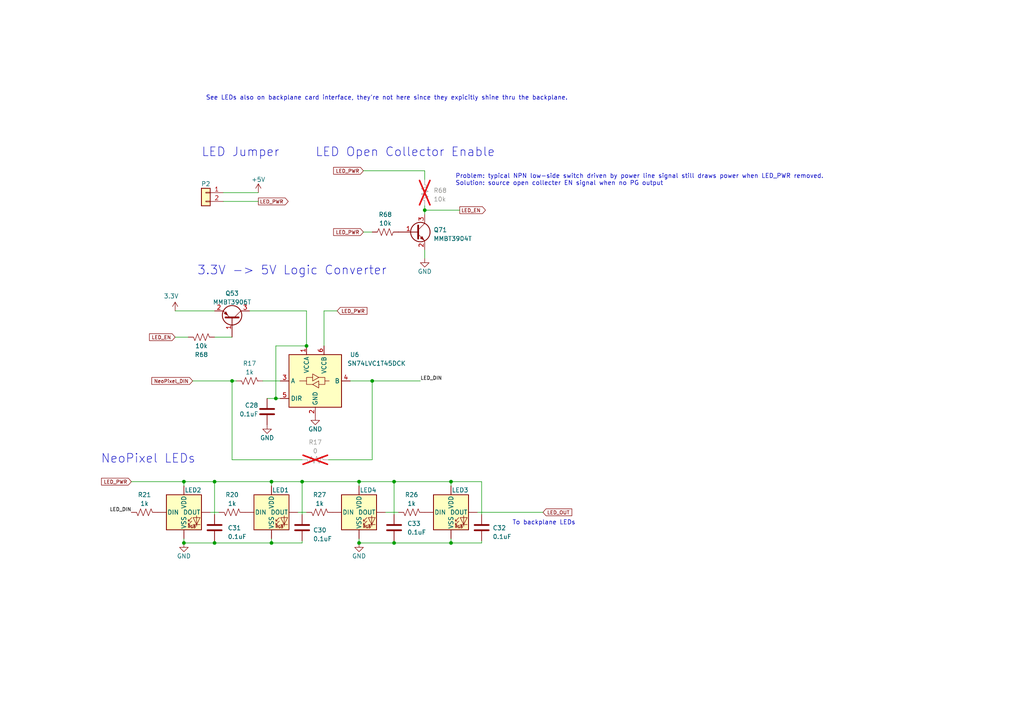
<source format=kicad_sch>
(kicad_sch (version 20230121) (generator eeschema)
  (paper "A4")
  (lib_symbols
    (symbol "Connector_Generic:Conn_01x02" (pin_names (offset 1.016) hide)
      (property "Reference" "J" (at 0 2.54 0))
      (property "Value" "Conn_01x02" (at 0 -5.08 0))
      (symbol "Conn_01x02_1_1"
        (rectangle (start -1.27 -2.413) (end 0 -2.667) (stroke (width 0.1524)))
        (rectangle (start -1.27 0.127) (end 0 -0.127) (stroke (width 0.1524)))
        (rectangle (start -1.27 1.27) (end 1.27 -3.81) (stroke (width 0.254)) (fill (type background)))
        (pin passive line (at -5.08 0 0) (length 3.81) (name "Pin_1") (number "1"))
        (pin passive line (at -5.08 -2.54 0) (length 3.81) (name "Pin_2") (number "2"))
      )
    )
    (symbol "Device:C" (pin_numbers hide) (pin_names (offset 0.254))
      (property "Reference" "C" (at 0.635 2.54 0))
      (property "Value" "C" (at 0.635 -2.54 0))
      (symbol "C_0_1"
        (polyline (pts (xy -2.032 -0.762) (xy 2.032 -0.762)) (stroke (width 0.508)))
        (polyline (pts (xy -2.032 0.762) (xy 2.032 0.762)) (stroke (width 0.508)))
      )
      (symbol "C_1_1"
        (pin passive line (at 0 3.81 270) (length 2.794) (name "~") (number "1"))
        (pin passive line (at 0 -3.81 90) (length 2.794) (name "~") (number "2"))
      )
    )
    (symbol "Device:Q_NPN_BEC" (pin_names (offset 0) hide)
      (property "Reference" "Q" (at 5.08 1.27 0))
      (property "Value" "Q_NPN_BEC" (at 5.08 -1.27 0))
      (symbol "Q_NPN_BEC_0_1"
        (polyline (pts (xy 0.635 0.635) (xy 2.54 2.54)))
        (polyline (pts (xy 0.635 -0.635) (xy 2.54 -2.54) (xy 2.54 -2.54)))
        (polyline (pts (xy 0.635 1.905) (xy 0.635 -1.905) (xy 0.635 -1.905)) (stroke (width 0.508)))
        (polyline (pts (xy 1.27 -1.778) (xy 1.778 -1.27) (xy 2.286 -2.286) (xy 1.27 -1.778) (xy 1.27 -1.778)) (fill (type outline)))
        (circle (center 1.27 0) (radius 2.8194) (stroke (width 0.254)))
      )
      (symbol "Q_NPN_BEC_1_1"
        (pin input line (at -5.08 0 0) (length 5.715) (name "B") (number "1"))
        (pin passive line (at 2.54 -5.08 90) (length 2.54) (name "E") (number "2"))
        (pin passive line (at 2.54 5.08 270) (length 2.54) (name "C") (number "3"))
      )
    )
    (symbol "Device:Q_PNP_BEC" (pin_names (offset 0) hide)
      (property "Reference" "Q" (at 5.08 1.27 0))
      (property "Value" "Q_PNP_BEC" (at 5.08 -1.27 0))
      (symbol "Q_PNP_BEC_0_1"
        (polyline (pts (xy 0.635 0.635) (xy 2.54 2.54)))
        (polyline (pts (xy 0.635 -0.635) (xy 2.54 -2.54) (xy 2.54 -2.54)))
        (polyline (pts (xy 0.635 1.905) (xy 0.635 -1.905) (xy 0.635 -1.905)) (stroke (width 0.508)))
        (polyline (pts (xy 2.286 -1.778) (xy 1.778 -2.286) (xy 1.27 -1.27) (xy 2.286 -1.778) (xy 2.286 -1.778)) (fill (type outline)))
        (circle (center 1.27 0) (radius 2.8194) (stroke (width 0.254)))
      )
      (symbol "Q_PNP_BEC_1_1"
        (pin input line (at -5.08 0 0) (length 5.715) (name "B") (number "1"))
        (pin passive line (at 2.54 -5.08 90) (length 2.54) (name "E") (number "2"))
        (pin passive line (at 2.54 5.08 270) (length 2.54) (name "C") (number "3"))
      )
    )
    (symbol "Device:R_US" (pin_numbers hide) (pin_names (offset 0))
      (property "Reference" "R" (at 2.54 0 90))
      (property "Value" "R_US" (at -2.54 0 90))
      (symbol "R_US_0_1"
        (polyline (pts (xy 0 -2.286) (xy 0 -2.54)))
        (polyline (pts (xy 0 2.286) (xy 0 2.54)))
        (polyline (pts (xy 0 -0.762) (xy 1.016 -1.143) (xy 0 -1.524) (xy -1.016 -1.905) (xy 0 -2.286)))
        (polyline (pts (xy 0 0.762) (xy 1.016 0.381) (xy 0 0) (xy -1.016 -0.381) (xy 0 -0.762)))
        (polyline (pts (xy 0 2.286) (xy 1.016 1.905) (xy 0 1.524) (xy -1.016 1.143) (xy 0 0.762)))
      )
      (symbol "R_US_1_1"
        (pin passive line (at 0 3.81 270) (length 1.27) (name "~") (number "1"))
        (pin passive line (at 0 -3.81 90) (length 1.27) (name "~") (number "2"))
      )
    )
    (symbol "Logic_LevelTranslator:SN74LVC1T45DCK"
      (property "Reference" "U" (at -6.35 8.89 0))
      (property "Value" "SN74LVC1T45DCK" (at 3.81 8.89 0))
      (symbol "SN74LVC1T45DCK_0_1"
        (rectangle (start -7.62 7.62) (end 7.62 -7.62) (stroke (width 0.254)) (fill (type background)))
        (polyline (pts (xy -2.54 0) (xy -2.54 1.016) (xy -0.762 1.016)))
        (polyline (pts (xy 2.794 0) (xy 2.794 -1.016) (xy 1.016 -1.016)))
        (polyline (pts (xy -0.762 -1.016) (xy -2.54 -1.016) (xy -2.54 0) (xy -4.572 0)))
        (polyline (pts (xy -0.762 0) (xy -0.762 2.032) (xy 1.016 1.016) (xy -0.762 0)))
        (polyline (pts (xy 1.016 1.016) (xy 2.794 1.016) (xy 2.794 0) (xy 4.064 0)))
        (polyline (pts (xy 1.016 0) (xy 1.016 -1.778) (xy 1.016 -2.032) (xy -0.762 -1.016) (xy 1.016 0)))
      )
      (symbol "SN74LVC1T45DCK_1_1"
        (pin power_in line (at -2.54 10.16 270) (length 2.54) (name "VCCA") (number "1"))
        (pin power_in line (at 0 -10.16 90) (length 2.54) (name "GND") (number "2"))
        (pin bidirectional line (at -10.16 0 0) (length 2.54) (name "A") (number "3"))
        (pin bidirectional line (at 10.16 0 180) (length 2.54) (name "B") (number "4"))
        (pin input line (at -10.16 -5.08 0) (length 2.54) (name "DIR") (number "5"))
        (pin power_in line (at 2.54 10.16 270) (length 2.54) (name "VCCB") (number "6"))
      )
    )
    (symbol "SK68xx-EC3210x_1" (pin_numbers hide) (pin_names (offset 0.254))
      (property "Reference" "D" (at 5.08 5.715 0))
      (property "Value" "SK68xx-EC3210x" (at 1.27 -5.715 0))
      (symbol "SK68xx-EC3210x_1_0_0"
        (text "RGB" (at 2.286 -4.191 0) (effects (font (size 0.762 0.762))))
      )
      (symbol "SK68xx-EC3210x_1_0_1"
        (polyline (pts (xy 1.27 -3.556) (xy 1.778 -3.556)))
        (polyline (pts (xy 1.27 -2.54) (xy 1.778 -2.54)))
        (polyline (pts (xy 4.699 -3.556) (xy 2.667 -3.556)))
        (polyline (pts (xy 2.286 -2.54) (xy 1.27 -3.556) (xy 1.27 -3.048)))
        (polyline (pts (xy 2.286 -1.524) (xy 1.27 -2.54) (xy 1.27 -2.032)))
        (polyline (pts (xy 3.683 -1.016) (xy 3.683 -3.556) (xy 3.683 -4.064)))
        (polyline (pts (xy 4.699 -1.524) (xy 2.667 -1.524) (xy 3.683 -3.556) (xy 4.699 -1.524)))
        (rectangle (start 5.08 5.08) (end -5.08 -5.08) (stroke (width 0.254)) (fill (type background)))
      )
      (symbol "SK68xx-EC3210x_1_1_1"
        (pin power_in line (at 0 -7.62 90) (length 2.54) (name "VSS") (number "1"))
        (pin output line (at 7.62 0 180) (length 2.54) (name "DOUT") (number "2"))
        (pin input line (at -7.62 0 0) (length 2.54) (name "DIN") (number "3"))
        (pin power_in line (at 0 7.62 270) (length 2.54) (name "VDD") (number "4"))
      )
    )
    (symbol "SK68xx-EC3210x_2" (pin_numbers hide) (pin_names (offset 0.254))
      (property "Reference" "D" (at 5.08 5.715 0))
      (property "Value" "SK68xx-EC3210x" (at 1.27 -5.715 0))
      (symbol "SK68xx-EC3210x_2_0_0"
        (text "RGB" (at 2.286 -4.191 0) (effects (font (size 0.762 0.762))))
      )
      (symbol "SK68xx-EC3210x_2_0_1"
        (polyline (pts (xy 1.27 -3.556) (xy 1.778 -3.556)))
        (polyline (pts (xy 1.27 -2.54) (xy 1.778 -2.54)))
        (polyline (pts (xy 4.699 -3.556) (xy 2.667 -3.556)))
        (polyline (pts (xy 2.286 -2.54) (xy 1.27 -3.556) (xy 1.27 -3.048)))
        (polyline (pts (xy 2.286 -1.524) (xy 1.27 -2.54) (xy 1.27 -2.032)))
        (polyline (pts (xy 3.683 -1.016) (xy 3.683 -3.556) (xy 3.683 -4.064)))
        (polyline (pts (xy 4.699 -1.524) (xy 2.667 -1.524) (xy 3.683 -3.556) (xy 4.699 -1.524)))
        (rectangle (start 5.08 5.08) (end -5.08 -5.08) (stroke (width 0.254)) (fill (type background)))
      )
      (symbol "SK68xx-EC3210x_2_1_1"
        (pin power_in line (at 0 -7.62 90) (length 2.54) (name "VSS") (number "1"))
        (pin output line (at 7.62 0 180) (length 2.54) (name "DOUT") (number "2"))
        (pin input line (at -7.62 0 0) (length 2.54) (name "DIN") (number "3"))
        (pin power_in line (at 0 7.62 270) (length 2.54) (name "VDD") (number "4"))
      )
    )
    (symbol "SK68xx-EC3210x_3" (pin_numbers hide) (pin_names (offset 0.254))
      (property "Reference" "D" (at 5.08 5.715 0))
      (property "Value" "SK68xx-EC3210x" (at 1.27 -5.715 0))
      (symbol "SK68xx-EC3210x_3_0_0"
        (text "RGB" (at 2.286 -4.191 0) (effects (font (size 0.762 0.762))))
      )
      (symbol "SK68xx-EC3210x_3_0_1"
        (polyline (pts (xy 1.27 -3.556) (xy 1.778 -3.556)))
        (polyline (pts (xy 1.27 -2.54) (xy 1.778 -2.54)))
        (polyline (pts (xy 4.699 -3.556) (xy 2.667 -3.556)))
        (polyline (pts (xy 2.286 -2.54) (xy 1.27 -3.556) (xy 1.27 -3.048)))
        (polyline (pts (xy 2.286 -1.524) (xy 1.27 -2.54) (xy 1.27 -2.032)))
        (polyline (pts (xy 3.683 -1.016) (xy 3.683 -3.556) (xy 3.683 -4.064)))
        (polyline (pts (xy 4.699 -1.524) (xy 2.667 -1.524) (xy 3.683 -3.556) (xy 4.699 -1.524)))
        (rectangle (start 5.08 5.08) (end -5.08 -5.08) (stroke (width 0.254)) (fill (type background)))
      )
      (symbol "SK68xx-EC3210x_3_1_1"
        (pin power_in line (at 0 -7.62 90) (length 2.54) (name "VSS") (number "1"))
        (pin output line (at 7.62 0 180) (length 2.54) (name "DOUT") (number "2"))
        (pin input line (at -7.62 0 0) (length 2.54) (name "DIN") (number "3"))
        (pin power_in line (at 0 7.62 270) (length 2.54) (name "VDD") (number "4"))
      )
    )
    (symbol "SierraLobo:SK68xx-EC3210x" (pin_numbers hide) (pin_names (offset 0.254))
      (property "Reference" "D" (at 5.08 5.715 0))
      (property "Value" "SK68xx-EC3210x" (at 1.27 -5.715 0))
      (symbol "SK68xx-EC3210x_0_0"
        (text "RGB" (at 2.286 -4.191 0) (effects (font (size 0.762 0.762))))
      )
      (symbol "SK68xx-EC3210x_0_1"
        (polyline (pts (xy 1.27 -3.556) (xy 1.778 -3.556)))
        (polyline (pts (xy 1.27 -2.54) (xy 1.778 -2.54)))
        (polyline (pts (xy 4.699 -3.556) (xy 2.667 -3.556)))
        (polyline (pts (xy 2.286 -2.54) (xy 1.27 -3.556) (xy 1.27 -3.048)))
        (polyline (pts (xy 2.286 -1.524) (xy 1.27 -2.54) (xy 1.27 -2.032)))
        (polyline (pts (xy 3.683 -1.016) (xy 3.683 -3.556) (xy 3.683 -4.064)))
        (polyline (pts (xy 4.699 -1.524) (xy 2.667 -1.524) (xy 3.683 -3.556) (xy 4.699 -1.524)))
        (rectangle (start 5.08 5.08) (end -5.08 -5.08) (stroke (width 0.254)) (fill (type background)))
      )
      (symbol "SK68xx-EC3210x_1_1"
        (pin power_in line (at 0 -7.62 90) (length 2.54) (name "VSS") (number "1"))
        (pin output line (at 7.62 0 180) (length 2.54) (name "DOUT") (number "2"))
        (pin input line (at -7.62 0 0) (length 2.54) (name "DIN") (number "3"))
        (pin power_in line (at 0 7.62 270) (length 2.54) (name "VDD") (number "4"))
      )
    )
    (symbol "mainboard:3.3V" (power) (pin_names (offset 1.016))
      (property "Value" "3.3V" (at -1.016 3.556 0))
      (symbol "3.3V_1_0"
        (polyline (pts (xy 0 2.54) (xy -0.762 1.27)))
        (polyline (pts (xy 0.762 1.27) (xy 0 2.54)))
        (pin power_in line (at 0 0 90) (length 2.54) (name "3.3V") (number "1"))
      )
    )
    (symbol "power:+5V" (power) (pin_names (offset 0))
      (property "Value" "+5V" (at 0 3.556 0))
      (symbol "+5V_0_1"
        (polyline (pts (xy -0.762 1.27) (xy 0 2.54)))
        (polyline (pts (xy 0 0) (xy 0 2.54)))
        (polyline (pts (xy 0 2.54) (xy 0.762 1.27)))
      )
      (symbol "+5V_1_1"
        (pin power_in line (at 0 0 90) (length 0) hide (name "+5V") (number "1"))
      )
    )
    (symbol "power:GND" (power) (pin_names (offset 0))
      (property "Value" "GND" (at 0 -3.81 0))
      (symbol "GND_0_1"
        (polyline (pts (xy 0 0) (xy 0 -1.27) (xy 1.27 -1.27) (xy 0 -2.54) (xy -1.27 -1.27) (xy 0 -1.27)))
      )
      (symbol "GND_1_1"
        (pin power_in line (at 0 0 270) (length 0) hide (name "GND") (number "1"))
      )
    )
  )
  (junction (at 130.81 139.7))
  (junction (at 114.3 139.7))
  (junction (at 53.34 139.7))
  (junction (at 114.3 157.48))
  (junction (at 104.14 157.48))
  (junction (at 88.9 100.33))
  (junction (at 62.23 139.7))
  (junction (at 130.81 157.48))
  (junction (at 67.31 110.49))
  (junction (at 104.14 139.7))
  (junction (at 78.74 157.48))
  (junction (at 107.95 110.49))
  (junction (at 62.23 157.48))
  (junction (at 123.19 60.96))
  (junction (at 78.74 139.7))
  (junction (at 53.34 157.48))
  (junction (at 87.63 139.7))
  (junction (at 80.01 115.57))
  (wire (pts (xy 97.79 90.17) (xy 93.98 90.17)))
  (wire (pts (xy 130.81 139.7) (xy 130.81 140.97)))
  (wire (pts (xy 123.19 60.96) (xy 133.35 60.96)))
  (wire (pts (xy 80.01 115.57) (xy 77.47 115.57)))
  (wire (pts (xy 114.3 139.7) (xy 114.3 149.225)))
  (wire (pts (xy 104.14 139.7) (xy 114.3 139.7)))
  (wire (pts (xy 67.31 110.49) (xy 68.58 110.49)))
  (wire (pts (xy 78.74 139.7) (xy 78.74 140.97)))
  (wire (pts (xy 130.81 156.21) (xy 130.81 157.48)))
  (wire (pts (xy 62.23 157.48) (xy 53.34 157.48)))
  (wire (pts (xy 123.19 49.53) (xy 123.19 52.07)))
  (wire (pts (xy 81.28 115.57) (xy 80.01 115.57)))
  (wire (pts (xy 139.7 149.225) (xy 139.7 139.7)))
  (wire (pts (xy 62.23 139.7) (xy 78.74 139.7)))
  (wire (pts (xy 64.77 55.88) (xy 74.93 55.88)))
  (wire (pts (xy 139.7 157.48) (xy 130.81 157.48)))
  (wire (pts (xy 64.77 58.42) (xy 74.93 58.42)))
  (wire (pts (xy 114.3 157.48) (xy 104.14 157.48)))
  (wire (pts (xy 38.1 139.7) (xy 53.34 139.7)))
  (wire (pts (xy 123.19 60.96) (xy 123.19 62.23)))
  (wire (pts (xy 80.01 100.33) (xy 80.01 115.57)))
  (wire (pts (xy 88.9 90.17) (xy 88.9 100.33)))
  (wire (pts (xy 63.5 148.59) (xy 60.96 148.59)))
  (wire (pts (xy 123.19 59.69) (xy 123.19 60.96)))
  (wire (pts (xy 67.31 133.35) (xy 67.31 110.49)))
  (wire (pts (xy 88.9 100.33) (xy 80.01 100.33)))
  (wire (pts (xy 105.41 67.31) (xy 107.95 67.31)))
  (wire (pts (xy 93.98 90.17) (xy 93.98 100.33)))
  (wire (pts (xy 115.57 148.59) (xy 111.76 148.59)))
  (wire (pts (xy 104.14 139.7) (xy 104.14 140.97)))
  (wire (pts (xy 55.88 110.49) (xy 67.31 110.49)))
  (wire (pts (xy 87.63 157.48) (xy 78.74 157.48)))
  (wire (pts (xy 87.63 139.7) (xy 87.63 149.225)))
  (wire (pts (xy 78.74 156.21) (xy 78.74 157.48)))
  (wire (pts (xy 123.19 72.39) (xy 123.19 74.93)))
  (wire (pts (xy 76.2 110.49) (xy 81.28 110.49)))
  (wire (pts (xy 87.63 139.7) (xy 104.14 139.7)))
  (wire (pts (xy 114.3 157.48) (xy 114.3 156.845)))
  (wire (pts (xy 104.14 157.48) (xy 104.14 156.21)))
  (wire (pts (xy 107.95 133.35) (xy 95.25 133.35)))
  (wire (pts (xy 62.23 139.7) (xy 62.23 149.225)))
  (wire (pts (xy 62.23 157.48) (xy 62.23 156.845)))
  (wire (pts (xy 107.95 110.49) (xy 101.6 110.49)))
  (wire (pts (xy 107.95 110.49) (xy 107.95 133.35)))
  (wire (pts (xy 139.7 157.48) (xy 139.7 156.845)))
  (wire (pts (xy 157.48 148.59) (xy 138.43 148.59)))
  (wire (pts (xy 87.63 133.35) (xy 67.31 133.35)))
  (wire (pts (xy 53.34 157.48) (xy 53.34 156.21)))
  (wire (pts (xy 87.63 157.48) (xy 87.63 156.845)))
  (wire (pts (xy 53.34 139.7) (xy 62.23 139.7)))
  (wire (pts (xy 130.81 157.48) (xy 114.3 157.48)))
  (wire (pts (xy 62.23 97.79) (xy 67.31 97.79)))
  (wire (pts (xy 86.36 148.59) (xy 88.9 148.59)))
  (wire (pts (xy 50.8 97.79) (xy 54.61 97.79)))
  (wire (pts (xy 62.23 157.48) (xy 78.74 157.48)))
  (wire (pts (xy 87.63 139.7) (xy 78.74 139.7)))
  (wire (pts (xy 121.92 110.49) (xy 107.95 110.49)))
  (wire (pts (xy 105.41 49.53) (xy 123.19 49.53)))
  (wire (pts (xy 50.8 90.17) (xy 62.23 90.17)))
  (wire (pts (xy 72.39 90.17) (xy 88.9 90.17)))
  (wire (pts (xy 139.7 139.7) (xy 130.81 139.7)))
  (wire (pts (xy 114.3 139.7) (xy 130.81 139.7)))
  (wire (pts (xy 53.34 139.7) (xy 53.34 140.97)))
  (text "LED Open Collector Enable" (at 91.44 45.72 0) (effects (font (size 2.54 2.54)) (justify left bottom)))
  (text "Problem: typical NPN low-side switch driven by power line signal still draws power when LED_PWR removed.\nSolution: source open collecter EN signal when no PG output" (at 132.08 53.975 0) (effects (font (size 1.27 1.27)) (justify left bottom)))
  (text "3.3V -> 5V Logic Converter" (at 57.15 80.01 0) (effects (font (size 2.54 2.54)) (justify left bottom)))
  (text "To backplane LEDs" (at 148.59 152.4 0) (effects (font (size 1.27 1.27)) (justify left bottom)))
  (text "LED Jumper" (at 58.42 45.72 0) (effects (font (size 2.54 2.54)) (justify left bottom)))
  (text "See LEDs also on backplane card interface, they're not here since they expicitly shine thru the backplane." (at 59.69 29.21 0) (effects (font (size 1.27 1.27)) (justify left bottom)))
  (text "NeoPixel LEDs" (at 29.21 134.62 0) (effects (font (size 2.54 2.54)) (justify left bottom)))
  (label "LED_DIN" (at 38.1 148.59 180) (effects (font (size 1.016 1.016))))
  (label "LED_DIN" (at 121.92 110.49 0) (effects (font (size 1.016 1.016))))
  (global_label "LED_OUT" (shape input) (at 157.48 148.59 0) (effects (font (size 1.016 1.016))) (property "Intersheetrefs" "${INTERSHEET_REFS}" (effects hide)))
  (global_label "LED_PWR" (shape input) (at 105.41 49.53 180) (effects (font (size 1.016 1.016))) (property "Intersheetrefs" "${INTERSHEET_REFS}" (effects hide)))
  (global_label "LED_EN" (shape output) (at 133.35 60.96 0) (effects (font (size 1.016 1.016))) (property "Intersheetrefs" "${INTERSHEET_REFS}" (effects hide)))
  (global_label "NeoPixel_DIN" (shape input) (at 55.88 110.49 180) (effects (font (size 1.016 1.016))) (property "Intersheetrefs" "${INTERSHEET_REFS}" (effects hide)))
  (global_label "LED_PWR" (shape output) (at 74.93 58.42 0) (effects (font (size 1.016 1.016))) (property "Intersheetrefs" "${INTERSHEET_REFS}" (effects hide)))
  (global_label "LED_PWR" (shape input) (at 105.41 67.31 180) (effects (font (size 1.016 1.016))) (property "Intersheetrefs" "${INTERSHEET_REFS}" (effects hide)))
  (global_label "LED_EN" (shape input) (at 50.8 97.79 180) (effects (font (size 1.016 1.016))) (property "Intersheetrefs" "${INTERSHEET_REFS}" (effects hide)))
  (global_label "LED_PWR" (shape input) (at 38.1 139.7 180) (effects (font (size 1.016 1.016))) (property "Intersheetrefs" "${INTERSHEET_REFS}" (effects hide)))
  (global_label "LED_PWR" (shape input) (at 97.79 90.17 0) (effects (font (size 1.016 1.016))) (property "Intersheetrefs" "${INTERSHEET_REFS}" (effects hide)))
  (symbol (lib_id "Device:Q_PNP_BEC") (at 67.31 92.71 270) (mirror x) (unit 1)
    (property "Reference" "Q53" (at 67.31 85.09 90))
    (property "Value" "MMBT3906T" (at 67.31 87.63 90))
    (property "Footprint" "Package_TO_SOT_SMD:SOT-523" (effects hide))
    (property "Datasheet" "https://www.diodes.com/assets/Datasheets/ds30271.pdf" (effects hide))
    (property "Mfr. Part No" "MMBT3906T-7-F" (effects hide))
  )
  (symbol (lib_id "power:GND") (at 104.14 157.48 0) (mirror y) (unit 1)
    (property "Reference" "#PWR049" (effects hide))
    (property "Value" "GND" (at 104.14 161.29 0))
    (instances (project "mainboard" (path "" (reference "#PWR049") (unit 1)) (path "" (reference "#PWR0176") (unit 1))))
  )
  (symbol (lib_id "Logic_LevelTranslator:SN74LVC1T45DCK") (at 91.44 110.49 0) (unit 1)
    (property "Reference" "U6" (at 102.87 102.87 0))
    (property "Value" "SN74LVC1T45DCK" (at 109.22 105.41 0))
    (property "Footprint" "Package_TO_SOT_SMD:SOT-363_SC-70-6" (effects hide))
    (property "Datasheet" "http://www.ti.com/lit/ds/symlink/sn74lvc1t45.pdf" (effects hide))
    (property "Mfr. Part No" "SN74LVC1T45DCK" (effects hide))
    (instances (project "mainboard" (path "" (reference "U6") (unit 1)) (path "" (reference "U35") (unit 1))))
  )
  (symbol (lib_id "Device:R_US") (at 72.39 110.49 270) (mirror x) (unit 1)
    (property "Reference" "R17" (at 72.39 105.41 90))
    (property "Value" "1k" (at 72.39 107.95 90))
    (property "Footprint" "Resistor_SMD:R_0402_1005Metric" (effects hide))
    (instances (project "mainboard" (path "" (reference "R17") (unit 1)) (path "" (reference "R229") (unit 1))) (project "FP Interface Card" (path "" (reference "R20") (unit 1))))
  )
  (symbol (lib_id "power:GND") (at 123.19 74.93 0) (unit 1)
    (property "Reference" "#PWR0108" (effects hide))
    (property "Value" "GND" (at 123.19 78.74 0))
    (instances (project "mainboard" (path "" (reference "#PWR0108") (unit 1)) (path "" (reference "#PWR0187") (unit 1)) (path "" (reference "#PWR0172") (unit 1))))
  )
  (symbol (lib_id "Device:R_US") (at 92.71 148.59 270) (mirror x) (unit 1)
    (property "Reference" "R27" (at 92.71 143.51 90))
    (property "Value" "1k" (at 92.71 146.05 90))
    (property "Footprint" "Resistor_SMD:R_0402_1005Metric" (effects hide))
    (instances (project "mainboard" (path "" (reference "R27") (unit 1)) (path "" (reference "R233") (unit 1))) (project "FP Interface Card" (path "" (reference "R20") (unit 1))))
  )
  (symbol (lib_id "mainboard:3.3V") (at 50.8 90.17 0) (mirror y) (unit 1)
    (property "Reference" "#SUPPLY018" (effects hide))
    (property "Value" "3.3V" (at 51.816 86.614 0) (effects (justify left bottom)))
    (instances (project "mainboard" (path "" (reference "#SUPPLY018") (unit 1)) (path "" (reference "#SUPPLY041") (unit 1))))
  )
  (symbol (lib_id "Device:R_US") (at 58.42 97.79 90) (mirror x) (unit 1)
    (property "Reference" "R68" (at 58.42 102.87 90))
    (property "Value" "10k" (at 58.42 100.33 90))
    (property "Footprint" "Resistor_SMD:R_0402_1005Metric" (effects hide))
    (instances (project "mainboard" (path "" (reference "R68") (unit 1)) (path "" (reference "R269") (unit 1)) (path "" (reference "R228") (unit 1))))
  )
  (symbol (lib_id "SierraLobo:SK68xx-EC3210x") (at 104.14 148.59 0) (unit 1)
    (property "Reference" "LED4" (at 109.22 142.875 0) (effects (justify right bottom)))
    (property "Value" "SK68xx-EC3210x" (effects hide))
    (property "Footprint" "SierraLobo:LED_SK68xx-EC3210x" (effects hide))
    (property "Datasheet" "https://cdn-shop.adafruit.com/product-files/1138/SK6812+LED+datasheet+.pdf" (effects hide))
    (property "Mfr. Part No" "SK6812-EC3210F" (effects hide))
    (instances (project "mainboard" (path "" (reference "LED4") (unit 1)) (path "" (reference "LED3") (unit 1))))
  )
  (symbol (lib_id "Device:R_US") (at 119.38 148.59 270) (mirror x) (unit 1)
    (property "Reference" "R26" (at 119.38 143.51 90))
    (property "Value" "1k" (at 119.38 146.05 90))
    (property "Footprint" "Resistor_SMD:R_0402_1005Metric" (effects hide))
    (instances (project "mainboard" (path "" (reference "R26") (unit 1)) (path "" (reference "R234") (unit 1))) (project "FP Interface Card" (path "" (reference "R20") (unit 1))))
  )
  (symbol (lib_id "Device:C") (at 139.7 153.035 0) (mirror y) (unit 1)
    (property "Reference" "C32" (at 142.875 152.4 0) (effects (justify right top)))
    (property "Value" "0.1uF" (at 142.875 154.94 0) (effects (justify right top)))
    (property "Footprint" "Capacitor_SMD:C_0402_1005Metric" (effects hide))
    (instances (project "mainboard" (path "" (reference "C32") (unit 1)) (path "" (reference "C116") (unit 1))))
  )
  (symbol (lib_id "Device:R_US") (at 91.44 133.35 270) (mirror x) (unit 1) (dnp yes)
    (property "Reference" "R17" (at 91.44 128.27 90))
    (property "Value" "0" (at 91.44 130.81 90))
    (property "Footprint" "Resistor_SMD:R_0603_1608Metric" (effects hide))
    (instances (project "mainboard" (path "" (reference "R17") (unit 1)) (path "" (reference "R230") (unit 1))) (project "FP Interface Card" (path "" (reference "R20") (unit 1))))
  )
  (symbol (lib_id "Device:Q_NPN_BEC") (at 120.65 67.31 0) (unit 1)
    (property "Reference" "Q71" (at 125.73 66.675 0) (effects (justify left)))
    (property "Value" "MMBT3904T" (at 125.73 69.215 0) (effects (justify left)))
    (property "Footprint" "Package_TO_SOT_SMD:SOT-523" (effects hide))
    (property "Datasheet" "https://www.diodes.com/assets/Datasheets/ds30270.pdf" (effects hide))
    (property "Mfr. Part No" "MMBT3904T-7-F" (effects hide))
    (instances (project "mainboard" (path "" (reference "Q71") (unit 1)) (path "" (reference "Q52") (unit 1))))
  )
  (symbol (lib_id "power:GND") (at 77.47 123.19 0) (mirror y) (unit 1)
    (property "Reference" "#PWR039" (effects hide))
    (property "Value" "GND" (at 77.47 127 0))
    (instances (project "mainboard" (path "" (reference "#PWR039") (unit 1)) (path "" (reference "#PWR0174") (unit 1))))
  )
  (symbol (lib_name "SK68xx-EC3210x_3") (lib_id "SierraLobo:SK68xx-EC3210x") (at 130.81 148.59 0) (unit 1)
    (property "Reference" "LED3" (at 135.89 142.875 0) (effects (justify right bottom)))
    (property "Value" "SK68xx-EC3210x" (effects hide))
    (property "Footprint" "SierraLobo:LED_SK68xx-EC3210x" (effects hide))
    (property "Datasheet" "https://cdn-shop.adafruit.com/product-files/1138/SK6812+LED+datasheet+.pdf" (effects hide))
    (property "Mfr. Part No" "SK6812-EC3210F" (effects hide))
    (instances (project "mainboard" (path "" (reference "LED3") (unit 1)) (path "" (reference "LED4") (unit 1))))
  )
  (symbol (lib_id "Device:C") (at 77.47 119.38 0) (unit 1)
    (property "Reference" "C28" (at 74.93 116.84 0) (effects (justify right top)))
    (property "Value" "0.1uF" (at 74.93 119.38 0) (effects (justify right top)))
    (property "Footprint" "Capacitor_SMD:C_0402_1005Metric" (effects hide))
    (instances (project "mainboard" (path "" (reference "C28") (unit 1)) (path "" (reference "C112") (unit 1))))
  )
  (symbol (lib_name "SK68xx-EC3210x_2") (lib_id "SierraLobo:SK68xx-EC3210x") (at 53.34 148.59 0) (unit 1)
    (property "Reference" "LED2" (at 58.42 142.875 0) (effects (justify right bottom)))
    (property "Value" "SK68xx-EC3210x" (effects hide))
    (property "Footprint" "SierraLobo:LED_SK68xx-EC3210x" (effects hide))
    (property "Datasheet" "https://cdn-shop.adafruit.com/product-files/1138/SK6812+LED+datasheet+.pdf" (effects hide))
    (property "Mfr. Part No" "SK6812-EC3210F" (effects hide))
    (instances (project "mainboard" (path "" (reference "LED2") (unit 1)) (path "" (reference "LED1") (unit 1))))
  )
  (symbol (lib_id "power:GND") (at 91.44 120.65 0) (mirror y) (unit 1)
    (property "Reference" "#PWR036" (effects hide))
    (property "Value" "GND" (at 91.44 124.46 0))
    (instances (project "mainboard" (path "" (reference "#PWR036") (unit 1)) (path "" (reference "#PWR0173") (unit 1))))
  )
  (symbol (lib_id "power:+5V") (at 74.93 55.88 0) (unit 1)
    (property "Reference" "#PWR078" (effects hide))
    (property "Value" "+5V" (at 74.93 52.07 0))
    (instances (project "mainboard" (path "" (reference "#PWR078") (unit 1)) (path "" (reference "#PWR0171") (unit 1))))
  )
  (symbol (lib_id "Device:R_US") (at 67.31 148.59 270) (mirror x) (unit 1)
    (property "Reference" "R20" (at 67.31 143.51 90))
    (property "Value" "1k" (at 67.31 146.05 90))
    (property "Footprint" "Resistor_SMD:R_0402_1005Metric" (effects hide))
    (instances (project "mainboard" (path "" (reference "R20") (unit 1)) (path "" (reference "R232") (unit 1))) (project "FP Interface Card" (path "" (reference "R20") (unit 1))))
  )
  (symbol (lib_id "Device:R_US") (at 123.19 55.88 180) (unit 1) (dnp yes)
    (property "Reference" "R68" (at 125.73 55.245 0) (effects (justify right)))
    (property "Value" "10k" (at 125.73 57.785 0) (effects (justify right)))
    (property "Footprint" "Resistor_SMD:R_0402_1005Metric" (effects hide))
    (instances (project "mainboard" (path "" (reference "R68") (unit 1)) (path "" (reference "R55") (unit 1)) (path "" (reference "R226") (unit 1))))
  )
  (symbol (lib_id "Device:C") (at 62.23 153.035 0) (mirror y) (unit 1)
    (property "Reference" "C31" (at 66.04 152.4 0) (effects (justify right top)))
    (property "Value" "0.1uF" (at 66.04 154.94 0) (effects (justify right top)))
    (property "Footprint" "Capacitor_SMD:C_0402_1005Metric" (effects hide))
    (instances (project "mainboard" (path "" (reference "C31") (unit 1)) (path "" (reference "C113") (unit 1))))
  )
  (symbol (lib_id "Device:R_US") (at 41.91 148.59 270) (mirror x) (unit 1)
    (property "Reference" "R21" (at 41.91 143.51 90))
    (property "Value" "1k" (at 41.91 146.05 90))
    (property "Footprint" "Resistor_SMD:R_0402_1005Metric" (effects hide))
    (instances (project "mainboard" (path "" (reference "R21") (unit 1)) (path "" (reference "R231") (unit 1))) (project "FP Interface Card" (path "" (reference "R20") (unit 1))))
  )
  (symbol (lib_id "power:GND") (at 53.34 157.48 0) (mirror y) (unit 1)
    (property "Reference" "#PWR045" (effects hide))
    (property "Value" "GND" (at 53.34 161.29 0))
    (instances (project "mainboard" (path "" (reference "#PWR045") (unit 1)) (path "" (reference "#PWR0175") (unit 1))))
  )
  (symbol (lib_id "Device:R_US") (at 111.76 67.31 90) (unit 1)
    (property "Reference" "R68" (at 111.76 62.23 90))
    (property "Value" "10k" (at 111.76 64.77 90))
    (property "Footprint" "Resistor_SMD:R_0402_1005Metric" (effects hide))
    (instances (project "mainboard" (path "" (reference "R68") (unit 1)) (path "" (reference "R269") (unit 1)) (path "" (reference "R227") (unit 1))))
  )
  (symbol (lib_id "Device:C") (at 87.63 153.035 0) (mirror y) (unit 1)
    (property "Reference" "C30" (at 90.805 153.035 0) (effects (justify right top)))
    (property "Value" "0.1uF" (at 90.805 155.575 0) (effects (justify right top)))
    (property "Footprint" "Capacitor_SMD:C_0402_1005Metric" (effects hide))
    (instances (project "mainboard" (path "" (reference "C30") (unit 1)) (path "" (reference "C114") (unit 1))))
  )
  (symbol (lib_id "Connector_Generic:Conn_01x02") (at 59.69 55.88 0) (mirror y) (unit 1)
    (property "Reference" "P2" (at 59.69 53.34 0))
    (property "Value" "TSM-102-01-L-SV-P-TR" (effects hide))
    (property "Footprint" "Connector_PinHeader_2.54mm:PinHeader_1x02_P2.54mm_Vertical_SMD_Pin1Right" (effects hide))
    (property "Mfr. Part No" "TSM-102-01-L-SV-P-TR" (effects hide))
    (instances (project "mainboard" (path "" (reference "P2") (unit 1)) (path "" (reference "P4") (unit 1)) (path "" (reference "P4") (unit 1))))
  )
  (symbol (lib_id "Device:C") (at 114.3 153.035 0) (mirror y) (unit 1)
    (property "Reference" "C33" (at 118.11 151.13 0) (effects (justify right top)))
    (property "Value" "0.1uF" (at 118.11 153.67 0) (effects (justify right top)))
    (property "Footprint" "Capacitor_SMD:C_0402_1005Metric" (effects hide))
    (instances (project "mainboard" (path "" (reference "C33") (unit 1)) (path "" (reference "C115") (unit 1))))
  )
  (symbol (lib_name "SK68xx-EC3210x_1") (lib_id "SierraLobo:SK68xx-EC3210x") (at 78.74 148.59 0) (unit 1)
    (property "Reference" "LED1" (at 83.82 142.875 0) (effects (justify right bottom)))
    (property "Value" "SK68xx-EC3210x" (effects hide))
    (property "Footprint" "SierraLobo:LED_SK68xx-EC3210x" (effects hide))
    (property "Datasheet" "https://cdn-shop.adafruit.com/product-files/1138/SK6812+LED+datasheet+.pdf" (effects hide))
    (property "Mfr. Part No" "SK6812-EC3210F" (effects hide))
    (instances (project "mainboard" (path "" (reference "LED1") (unit 1)) (path "" (reference "LED2") (unit 1))))
  )
)
</source>
